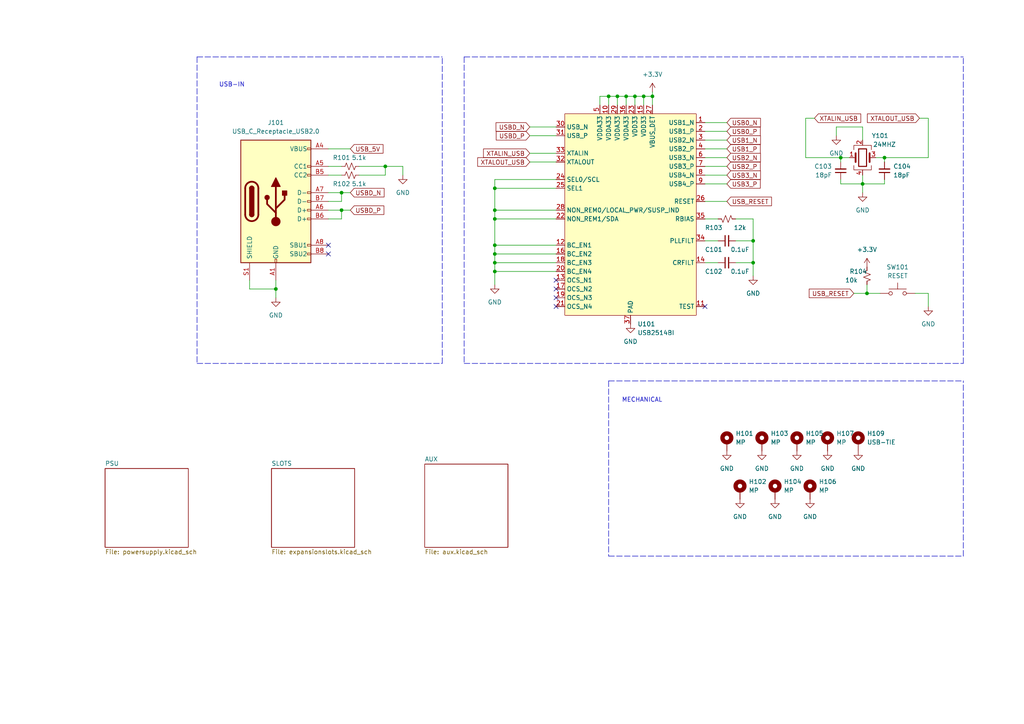
<source format=kicad_sch>
(kicad_sch (version 20211123) (generator eeschema)
  (paper "A4")
  (title_block (title "control electronics") (date "2023-01-21") (rev "1.0") (company "matei repair lab"))
  (lib_symbols
    (symbol "Connector:USB_C_Receptacle_USB2.0" (pin_names (offset 1.016))
      (property "Reference" "J" (at -10.16 19.05 0))
      (property "Value" "USB_C_Receptacle_USB2.0" (at 19.05 19.05 0))
      (symbol "USB_C_Receptacle_USB2.0_0_0"
        (rectangle (start -0.254 -17.78) (end 0.254 -16.764))
        (rectangle (start 10.16 -14.986) (end 9.144 -15.494))
        (rectangle (start 10.16 -12.446) (end 9.144 -12.954))
        (rectangle (start 10.16 -4.826) (end 9.144 -5.334))
        (rectangle (start 10.16 -2.286) (end 9.144 -2.794))
        (rectangle (start 10.16 0.254) (end 9.144 -0.254))
        (rectangle (start 10.16 2.794) (end 9.144 2.286))
        (rectangle (start 10.16 7.874) (end 9.144 7.366))
        (rectangle (start 10.16 10.414) (end 9.144 9.906))
        (rectangle (start 10.16 15.494) (end 9.144 14.986))
      )
      (symbol "USB_C_Receptacle_USB2.0_0_1"
        (rectangle (start -10.16 17.78) (end 10.16 -17.78) (stroke (width 0.254)) (fill (type background)))
        (arc (start -8.89 -3.81) (mid -6.985 -5.715) (end -5.08 -3.81) (stroke (width 0.508)))
        (arc (start -7.62 -3.81) (mid -6.985 -4.445) (end -6.35 -3.81) (stroke (width 0.254)))
        (arc (start -7.62 -3.81) (mid -6.985 -4.445) (end -6.35 -3.81) (stroke (width 0.254)) (fill (type outline)))
        (rectangle (start -7.62 -3.81) (end -6.35 3.81) (stroke (width 0.254)) (fill (type outline)))
        (arc (start -6.35 3.81) (mid -6.985 4.445) (end -7.62 3.81) (stroke (width 0.254)))
        (arc (start -6.35 3.81) (mid -6.985 4.445) (end -7.62 3.81) (stroke (width 0.254)) (fill (type outline)))
        (arc (start -5.08 3.81) (mid -6.985 5.715) (end -8.89 3.81) (stroke (width 0.508)))
        (circle (center -2.54 1.143) (radius 0.635) (stroke (width 0.254)) (fill (type outline)))
        (circle (center 0 -5.842) (radius 1.27) (fill (type outline)))
        (polyline (pts (xy -8.89 -3.81) (xy -8.89 3.81)) (stroke (width 0.508)))
        (polyline (pts (xy -5.08 3.81) (xy -5.08 -3.81)) (stroke (width 0.508)))
        (polyline (pts (xy 0 -5.842) (xy 0 4.318)) (stroke (width 0.508)))
        (polyline (pts (xy 0 -3.302) (xy -2.54 -0.762) (xy -2.54 0.508)) (stroke (width 0.508)))
        (polyline (pts (xy 0 -2.032) (xy 2.54 0.508) (xy 2.54 1.778)) (stroke (width 0.508)))
        (polyline (pts (xy -1.27 4.318) (xy 0 6.858) (xy 1.27 4.318) (xy -1.27 4.318)) (stroke (width 0.254)) (fill (type outline)))
        (rectangle (start 1.905 1.778) (end 3.175 3.048) (stroke (width 0.254)) (fill (type outline)))
      )
      (symbol "USB_C_Receptacle_USB2.0_1_1"
        (pin passive line (at 0 -22.86 90) (length 5.08) (name "GND") (number "A1"))
        (pin passive line (at 0 -22.86 90) (length 5.08) hide (name "GND") (number "A12"))
        (pin passive line (at 15.24 15.24 180) (length 5.08) (name "VBUS") (number "A4"))
        (pin bidirectional line (at 15.24 10.16 180) (length 5.08) (name "CC1") (number "A5"))
        (pin bidirectional line (at 15.24 -2.54 180) (length 5.08) (name "D+") (number "A6"))
        (pin bidirectional line (at 15.24 2.54 180) (length 5.08) (name "D-") (number "A7"))
        (pin bidirectional line (at 15.24 -12.7 180) (length 5.08) (name "SBU1") (number "A8"))
        (pin passive line (at 15.24 15.24 180) (length 5.08) hide (name "VBUS") (number "A9"))
        (pin passive line (at 0 -22.86 90) (length 5.08) hide (name "GND") (number "B1"))
        (pin passive line (at 0 -22.86 90) (length 5.08) hide (name "GND") (number "B12"))
        (pin passive line (at 15.24 15.24 180) (length 5.08) hide (name "VBUS") (number "B4"))
        (pin bidirectional line (at 15.24 7.62 180) (length 5.08) (name "CC2") (number "B5"))
        (pin bidirectional line (at 15.24 -5.08 180) (length 5.08) (name "D+") (number "B6"))
        (pin bidirectional line (at 15.24 0 180) (length 5.08) (name "D-") (number "B7"))
        (pin bidirectional line (at 15.24 -15.24 180) (length 5.08) (name "SBU2") (number "B8"))
        (pin passive line (at 15.24 15.24 180) (length 5.08) hide (name "VBUS") (number "B9"))
        (pin passive line (at -7.62 -22.86 90) (length 5.08) (name "SHIELD") (number "S1"))
      )
    )
    (symbol "Device:C_Small" (pin_numbers hide) (pin_names (offset 0.254) hide)
      (property "Reference" "C" (at 0.254 1.778 0))
      (property "Value" "C_Small" (at 0.254 -2.032 0))
      (symbol "C_Small_0_1"
        (polyline (pts (xy -1.524 -0.508) (xy 1.524 -0.508)) (stroke (width 0.3302)))
        (polyline (pts (xy -1.524 0.508) (xy 1.524 0.508)) (stroke (width 0.3048)))
      )
      (symbol "C_Small_1_1"
        (pin passive line (at 0 2.54 270) (length 2.032) (name "~") (number "1"))
        (pin passive line (at 0 -2.54 90) (length 2.032) (name "~") (number "2"))
      )
    )
    (symbol "Device:Crystal_GND24" (pin_names (offset 1.016) hide)
      (property "Reference" "Y" (at 3.175 5.08 0))
      (property "Value" "Crystal_GND24" (at 3.175 3.175 0))
      (symbol "Crystal_GND24_0_1"
        (rectangle (start -1.143 2.54) (end 1.143 -2.54) (stroke (width 0.3048)))
        (polyline (pts (xy -2.54 0) (xy -2.032 0)))
        (polyline (pts (xy -2.032 -1.27) (xy -2.032 1.27)) (stroke (width 0.508)))
        (polyline (pts (xy 0 -3.81) (xy 0 -3.556)))
        (polyline (pts (xy 0 3.556) (xy 0 3.81)))
        (polyline (pts (xy 2.032 -1.27) (xy 2.032 1.27)) (stroke (width 0.508)))
        (polyline (pts (xy 2.032 0) (xy 2.54 0)))
        (polyline (pts (xy -2.54 -2.286) (xy -2.54 -3.556) (xy 2.54 -3.556) (xy 2.54 -2.286)))
        (polyline (pts (xy -2.54 2.286) (xy -2.54 3.556) (xy 2.54 3.556) (xy 2.54 2.286)))
      )
      (symbol "Crystal_GND24_1_1"
        (pin passive line (at -3.81 0 0) (length 1.27) (name "1") (number "1"))
        (pin passive line (at 0 5.08 270) (length 1.27) (name "2") (number "2"))
        (pin passive line (at 3.81 0 180) (length 1.27) (name "3") (number "3"))
        (pin passive line (at 0 -5.08 90) (length 1.27) (name "4") (number "4"))
      )
    )
    (symbol "Device:R_Small_US" (pin_numbers hide) (pin_names (offset 0.254) hide)
      (property "Reference" "R" (at 0.762 0.508 0))
      (property "Value" "R_Small_US" (at 0.762 -1.016 0))
      (symbol "R_Small_US_1_1"
        (polyline (pts (xy 0 0) (xy 1.016 -0.381) (xy 0 -0.762) (xy -1.016 -1.143) (xy 0 -1.524)))
        (polyline (pts (xy 0 1.524) (xy 1.016 1.143) (xy 0 0.762) (xy -1.016 0.381) (xy 0 0)))
        (pin passive line (at 0 2.54 270) (length 1.016) (name "~") (number "1"))
        (pin passive line (at 0 -2.54 90) (length 1.016) (name "~") (number "2"))
      )
    )
    (symbol "Mechanical:MountingHole_Pad" (pin_numbers hide) (pin_names (offset 1.016) hide)
      (property "Reference" "H" (at 0 6.35 0))
      (property "Value" "MountingHole_Pad" (at 0 4.445 0))
      (symbol "MountingHole_Pad_0_1"
        (circle (center 0 1.27) (radius 1.27) (stroke (width 1.27)))
      )
      (symbol "MountingHole_Pad_1_1"
        (pin input line (at 0 -2.54 90) (length 2.54) (name "1") (number "1"))
      )
    )
    (symbol "Switch:SW_Push" (pin_numbers hide) (pin_names (offset 1.016) hide)
      (property "Reference" "SW" (at 1.27 2.54 0))
      (property "Value" "SW_Push" (at 0 -1.524 0))
      (symbol "SW_Push_0_1"
        (circle (center -2.032 0) (radius 0.508))
        (polyline (pts (xy 0 1.27) (xy 0 3.048)))
        (polyline (pts (xy 2.54 1.27) (xy -2.54 1.27)))
        (circle (center 2.032 0) (radius 0.508))
        (pin passive line (at -5.08 0 0) (length 2.54) (name "1") (number "1"))
        (pin passive line (at 5.08 0 180) (length 2.54) (name "2") (number "2"))
      )
    )
    (symbol "matei:USB2514BI"
      (property "Reference" "U" (at -17.78 31.75 0))
      (property "Value" "USB2514BI" (at 13.97 31.75 0))
      (symbol "USB2514BI_0_0"
        (pin bidirectional line (at 21.59 27.94 180) (length 2.54) (name "USB1_N") (number "1"))
        (pin input line (at -6.35 33.02 270) (length 2.54) (name "VDDA33") (number "10"))
        (pin input line (at 21.59 -25.4 180) (length 2.54) (name "TEST") (number "11"))
        (pin input line (at -21.59 -7.62 0) (length 2.54) (name "BC_EN1") (number "12"))
        (pin input line (at -21.59 -17.78 0) (length 2.54) (name "OCS_N1") (number "13"))
        (pin input line (at 21.59 -12.7 180) (length 2.54) (name "CRFILT") (number "14"))
        (pin input line (at 3.81 33.02 270) (length 2.54) (name "VDD33") (number "15"))
        (pin input line (at -21.59 -10.16 0) (length 2.54) (name "BC_EN2") (number "16"))
        (pin input line (at -21.59 -20.32 0) (length 2.54) (name "OCS_N2") (number "17"))
        (pin input line (at -21.59 -12.7 0) (length 2.54) (name "BC_EN3") (number "18"))
        (pin input line (at -21.59 -22.86 0) (length 2.54) (name "OCS_N3") (number "19"))
        (pin bidirectional line (at 21.59 25.4 180) (length 2.54) (name "USB1_P") (number "2"))
        (pin input line (at -21.59 -15.24 0) (length 2.54) (name "BC_EN4") (number "20"))
        (pin input line (at -21.59 -25.4 0) (length 2.54) (name "OCS_N4") (number "21"))
        (pin input line (at -21.59 0 0) (length 2.54) (name "NON_REM1/SDA") (number "22"))
        (pin input line (at 1.27 33.02 270) (length 2.54) (name "VDD33") (number "23"))
        (pin input line (at -21.59 11.43 0) (length 2.54) (name "SEL0/SCL") (number "24"))
        (pin input line (at -21.59 8.89 0) (length 2.54) (name "SEL1") (number "25"))
        (pin input line (at 21.59 5.08 180) (length 2.54) (name "RESET") (number "26"))
        (pin input line (at 6.35 33.02 270) (length 2.54) (name "VBUS_DET") (number "27"))
        (pin input line (at -21.59 2.54 0) (length 2.54) (name "NON_REM0/LOCAL_PWR/SUSP_IND") (number "28"))
        (pin input line (at -3.81 33.02 270) (length 2.54) (name "VDDA33") (number "29"))
        (pin bidirectional line (at 21.59 22.86 180) (length 2.54) (name "USB2_N") (number "3"))
        (pin bidirectional line (at -21.59 26.67 0) (length 2.54) (name "USB_N") (number "30"))
        (pin bidirectional line (at -21.59 24.13 0) (length 2.54) (name "USB_P") (number "31"))
        (pin input line (at -21.59 16.51 0) (length 2.54) (name "XTALOUT") (number "32"))
        (pin input line (at -21.59 19.05 0) (length 2.54) (name "XTALIN") (number "33"))
        (pin input line (at 21.59 -6.35 180) (length 2.54) (name "PLLFILT") (number "34"))
        (pin input line (at 21.59 0 180) (length 2.54) (name "RBIAS") (number "35"))
        (pin input line (at -1.27 33.02 270) (length 2.54) (name "VDDA33") (number "36"))
        (pin input line (at 0 -30.48 90) (length 2.54) (name "PAD") (number "37"))
        (pin bidirectional line (at 21.59 20.32 180) (length 2.54) (name "USB2_P") (number "4"))
        (pin input line (at -8.89 33.02 270) (length 2.54) (name "VDDA33") (number "5"))
        (pin bidirectional line (at 21.59 17.78 180) (length 2.54) (name "USB3_N") (number "6"))
        (pin bidirectional line (at 21.59 15.24 180) (length 2.54) (name "USB3_P") (number "7"))
        (pin bidirectional line (at 21.59 12.7 180) (length 2.54) (name "USB4_N") (number "8"))
        (pin bidirectional line (at 21.59 10.16 180) (length 2.54) (name "USB4_P") (number "9"))
      )
      (symbol "USB2514BI_0_1"
        (rectangle (start -19.05 30.48) (end 19.05 -27.94) (stroke (width 0.1524)) (fill (type background)))
      )
    )
    (symbol "power:+3.3V" (power) (pin_names (offset 0))
      (property "Value" "+3.3V" (at 0 3.556 0))
      (symbol "+3.3V_0_1"
        (polyline (pts (xy -0.762 1.27) (xy 0 2.54)))
        (polyline (pts (xy 0 0) (xy 0 2.54)))
        (polyline (pts (xy 0 2.54) (xy 0.762 1.27)))
      )
      (symbol "+3.3V_1_1"
        (pin power_in line (at 0 0 90) (length 0) hide (name "+3.3V") (number "1"))
      )
    )
    (symbol "power:GND" (power) (pin_names (offset 0))
      (property "Value" "GND" (at 0 -3.81 0))
      (symbol "GND_0_1"
        (polyline (pts (xy 0 0) (xy 0 -1.27) (xy 1.27 -1.27) (xy 0 -2.54) (xy -1.27 -1.27) (xy 0 -1.27)))
      )
      (symbol "GND_1_1"
        (pin power_in line (at 0 0 270) (length 0) hide (name "GND") (number "1"))
      )
    )
  )
  (junction (at 184.15 27.94))
  (junction (at 111.76 48.26))
  (junction (at 218.44 76.2))
  (junction (at 218.44 69.85))
  (junction (at 99.06 60.96))
  (junction (at 181.61 27.94))
  (junction (at 243.84 45.72))
  (junction (at 250.19 53.34))
  (junction (at 143.51 60.96))
  (junction (at 179.07 27.94))
  (junction (at 80.01 83.82))
  (junction (at 256.54 45.72))
  (junction (at 143.51 54.61))
  (junction (at 176.53 27.94))
  (junction (at 189.23 27.94))
  (junction (at 143.51 76.2))
  (junction (at 143.51 71.12))
  (junction (at 143.51 78.74))
  (junction (at 186.69 27.94))
  (junction (at 251.46 85.09))
  (junction (at 143.51 73.66))
  (junction (at 99.06 55.88))
  (junction (at 143.51 63.5))
  (no_connect (at 95.25 71.12))
  (no_connect (at 161.29 86.36))
  (no_connect (at 161.29 81.28))
  (no_connect (at 95.25 73.66))
  (no_connect (at 161.29 83.82))
  (no_connect (at 204.47 88.9))
  (no_connect (at 161.29 88.9))
  (wire (pts (xy 269.24 85.09) (xy 269.24 88.9)))
  (wire (pts (xy 218.44 69.85) (xy 218.44 76.2)))
  (wire (pts (xy 256.54 53.34) (xy 250.19 53.34)))
  (wire (pts (xy 153.67 44.45) (xy 161.29 44.45)))
  (wire (pts (xy 181.61 27.94) (xy 184.15 27.94)))
  (wire (pts (xy 204.47 63.5) (xy 208.28 63.5)))
  (wire (pts (xy 179.07 30.48) (xy 179.07 27.94)))
  (wire (pts (xy 204.47 69.85) (xy 208.28 69.85)))
  (wire (pts (xy 95.25 43.18) (xy 101.6 43.18)))
  (wire (pts (xy 254 45.72) (xy 256.54 45.72)))
  (wire (pts (xy 184.15 27.94) (xy 186.69 27.94)))
  (wire (pts (xy 186.69 27.94) (xy 186.69 30.48)))
  (wire (pts (xy 204.47 48.26) (xy 210.82 48.26)))
  (wire (pts (xy 143.51 71.12) (xy 143.51 73.66)))
  (wire (pts (xy 143.51 78.74) (xy 161.29 78.74)))
  (wire (pts (xy 116.84 48.26) (xy 116.84 50.8)))
  (wire (pts (xy 250.19 40.64) (xy 250.19 36.83)))
  (wire (pts (xy 143.51 52.07) (xy 161.29 52.07)))
  (polyline (pts (xy 134.62 16.51) (xy 134.62 105.41)))
  (wire (pts (xy 179.07 27.94) (xy 181.61 27.94)))
  (wire (pts (xy 143.51 54.61) (xy 143.51 60.96)))
  (wire (pts (xy 204.47 45.72) (xy 210.82 45.72)))
  (wire (pts (xy 176.53 27.94) (xy 179.07 27.94)))
  (wire (pts (xy 204.47 38.1) (xy 210.82 38.1)))
  (wire (pts (xy 95.25 50.8) (xy 99.06 50.8)))
  (wire (pts (xy 256.54 45.72) (xy 256.54 46.99)))
  (wire (pts (xy 143.51 63.5) (xy 143.51 71.12)))
  (polyline (pts (xy 57.15 16.51) (xy 57.15 105.41)))
  (wire (pts (xy 104.14 50.8) (xy 111.76 50.8)))
  (wire (pts (xy 143.51 60.96) (xy 161.29 60.96)))
  (wire (pts (xy 143.51 71.12) (xy 161.29 71.12)))
  (wire (pts (xy 143.51 54.61) (xy 161.29 54.61)))
  (wire (pts (xy 250.19 53.34) (xy 250.19 55.88)))
  (wire (pts (xy 218.44 76.2) (xy 218.44 80.01)))
  (wire (pts (xy 242.57 36.83) (xy 242.57 39.37)))
  (wire (pts (xy 95.25 58.42) (xy 99.06 58.42)))
  (wire (pts (xy 173.99 30.48) (xy 173.99 27.94)))
  (wire (pts (xy 143.51 73.66) (xy 161.29 73.66)))
  (wire (pts (xy 233.68 45.72) (xy 243.84 45.72)))
  (wire (pts (xy 153.67 46.99) (xy 161.29 46.99)))
  (wire (pts (xy 246.38 45.72) (xy 243.84 45.72)))
  (polyline (pts (xy 176.53 161.29) (xy 279.4 161.29)))
  (wire (pts (xy 72.39 81.28) (xy 72.39 83.82)))
  (wire (pts (xy 233.68 34.29) (xy 233.68 45.72)))
  (wire (pts (xy 143.51 78.74) (xy 143.51 82.55)))
  (wire (pts (xy 143.51 76.2) (xy 161.29 76.2)))
  (polyline (pts (xy 57.15 16.51) (xy 128.27 16.51)))
  (wire (pts (xy 265.43 85.09) (xy 269.24 85.09)))
  (wire (pts (xy 213.36 69.85) (xy 218.44 69.85)))
  (wire (pts (xy 99.06 60.96) (xy 101.6 60.96)))
  (wire (pts (xy 111.76 48.26) (xy 116.84 48.26)))
  (wire (pts (xy 204.47 53.34) (xy 210.82 53.34)))
  (wire (pts (xy 111.76 50.8) (xy 111.76 48.26)))
  (wire (pts (xy 99.06 63.5) (xy 99.06 60.96)))
  (wire (pts (xy 204.47 58.42) (xy 210.82 58.42)))
  (wire (pts (xy 176.53 30.48) (xy 176.53 27.94)))
  (wire (pts (xy 143.51 76.2) (xy 143.51 78.74)))
  (wire (pts (xy 143.51 60.96) (xy 143.51 63.5)))
  (polyline (pts (xy 134.62 105.41) (xy 279.4 105.41)))
  (wire (pts (xy 99.06 58.42) (xy 99.06 55.88)))
  (wire (pts (xy 250.19 50.8) (xy 250.19 53.34)))
  (wire (pts (xy 95.25 48.26) (xy 99.06 48.26)))
  (wire (pts (xy 184.15 30.48) (xy 184.15 27.94)))
  (wire (pts (xy 204.47 43.18) (xy 210.82 43.18)))
  (wire (pts (xy 204.47 40.64) (xy 210.82 40.64)))
  (wire (pts (xy 213.36 63.5) (xy 218.44 63.5)))
  (wire (pts (xy 189.23 26.67) (xy 189.23 27.94)))
  (polyline (pts (xy 279.4 161.29) (xy 279.4 110.49)))
  (polyline (pts (xy 279.4 105.41) (xy 279.4 16.51)))
  (polyline (pts (xy 176.53 110.49) (xy 176.53 161.29)))
  (wire (pts (xy 181.61 30.48) (xy 181.61 27.94)))
  (wire (pts (xy 204.47 35.56) (xy 210.82 35.56)))
  (wire (pts (xy 143.51 63.5) (xy 161.29 63.5)))
  (wire (pts (xy 95.25 60.96) (xy 99.06 60.96)))
  (wire (pts (xy 243.84 53.34) (xy 243.84 52.07)))
  (wire (pts (xy 266.7 34.29) (xy 269.24 34.29)))
  (wire (pts (xy 173.99 27.94) (xy 176.53 27.94)))
  (wire (pts (xy 243.84 45.72) (xy 243.84 46.99)))
  (wire (pts (xy 72.39 83.82) (xy 80.01 83.82)))
  (polyline (pts (xy 176.53 110.49) (xy 279.4 110.49)))
  (wire (pts (xy 80.01 81.28) (xy 80.01 83.82)))
  (wire (pts (xy 251.46 82.55) (xy 251.46 85.09)))
  (wire (pts (xy 153.67 36.83) (xy 161.29 36.83)))
  (wire (pts (xy 218.44 63.5) (xy 218.44 69.85)))
  (wire (pts (xy 143.51 52.07) (xy 143.51 54.61)))
  (wire (pts (xy 236.22 34.29) (xy 233.68 34.29)))
  (wire (pts (xy 99.06 55.88) (xy 101.6 55.88)))
  (wire (pts (xy 251.46 85.09) (xy 255.27 85.09)))
  (polyline (pts (xy 134.62 16.51) (xy 279.4 16.51)))
  (wire (pts (xy 143.51 73.66) (xy 143.51 76.2)))
  (polyline (pts (xy 57.15 105.41) (xy 128.27 105.41)))
  (wire (pts (xy 189.23 30.48) (xy 189.23 27.94)))
  (wire (pts (xy 153.67 39.37) (xy 161.29 39.37)))
  (wire (pts (xy 189.23 27.94) (xy 186.69 27.94)))
  (wire (pts (xy 213.36 76.2) (xy 218.44 76.2)))
  (wire (pts (xy 243.84 53.34) (xy 250.19 53.34)))
  (wire (pts (xy 104.14 48.26) (xy 111.76 48.26)))
  (wire (pts (xy 256.54 52.07) (xy 256.54 53.34)))
  (wire (pts (xy 95.25 63.5) (xy 99.06 63.5)))
  (wire (pts (xy 269.24 34.29) (xy 269.24 45.72)))
  (wire (pts (xy 247.65 85.09) (xy 251.46 85.09)))
  (wire (pts (xy 269.24 45.72) (xy 256.54 45.72)))
  (wire (pts (xy 204.47 76.2) (xy 208.28 76.2)))
  (wire (pts (xy 80.01 83.82) (xy 80.01 86.36)))
  (wire (pts (xy 250.19 36.83) (xy 242.57 36.83)))
  (wire (pts (xy 95.25 55.88) (xy 99.06 55.88)))
  (polyline (pts (xy 128.27 105.41) (xy 128.27 16.51)))
  (wire (pts (xy 204.47 50.8) (xy 210.82 50.8)))
  (text "MECHANICAL" (at 180.34 116.84 0) (effects (font (size 1.27 1.27)) (justify left bottom)))
  (text "USB-IN" (at 63.5 25.4 0) (effects (font (size 1.27 1.27)) (justify left bottom)))
  (global_label "USB3_P" (shape input) (at 210.82 53.34 0) (property "Intersheet References" "${INTERSHEET_REFS}" (effects hide)))
  (global_label "USB2_P" (shape input) (at 210.82 48.26 0) (property "Intersheet References" "${INTERSHEET_REFS}" (effects hide)))
  (global_label "USB_RESET" (shape input) (at 210.82 58.42 0) (property "Intersheet References" "${INTERSHEET_REFS}" (effects hide)))
  (global_label "USB_RESET" (shape input) (at 247.65 85.09 180) (property "Intersheet References" "${INTERSHEET_REFS}" (effects hide)))
  (global_label "XTALIN_USB" (shape input) (at 153.67 44.45 180) (property "Intersheet References" "${INTERSHEET_REFS}" (effects hide)))
  (global_label "USBD_N" (shape input) (at 153.67 36.83 180) (property "Intersheet References" "${INTERSHEET_REFS}" (effects hide)))
  (global_label "USBD_N" (shape input) (at 101.6 55.88 0) (property "Intersheet References" "${INTERSHEET_REFS}" (effects hide)))
  (global_label "USBD_P" (shape input) (at 153.67 39.37 180) (property "Intersheet References" "${INTERSHEET_REFS}" (effects hide)))
  (global_label "USB1_N" (shape input) (at 210.82 40.64 0) (property "Intersheet References" "${INTERSHEET_REFS}" (effects hide)))
  (global_label "USB1_P" (shape input) (at 210.82 43.18 0) (property "Intersheet References" "${INTERSHEET_REFS}" (effects hide)))
  (global_label "XTALIN_USB" (shape input) (at 236.22 34.29 0) (property "Intersheet References" "${INTERSHEET_REFS}" (effects hide)))
  (global_label "XTALOUT_USB" (shape input) (at 153.67 46.99 180) (property "Intersheet References" "${INTERSHEET_REFS}" (effects hide)))
  (global_label "USBD_P" (shape input) (at 101.6 60.96 0) (property "Intersheet References" "${INTERSHEET_REFS}" (effects hide)))
  (global_label "USB2_N" (shape input) (at 210.82 45.72 0) (property "Intersheet References" "${INTERSHEET_REFS}" (effects hide)))
  (global_label "USB0_P" (shape input) (at 210.82 38.1 0) (property "Intersheet References" "${INTERSHEET_REFS}" (effects hide)))
  (global_label "USB3_N" (shape input) (at 210.82 50.8 0) (property "Intersheet References" "${INTERSHEET_REFS}" (effects hide)))
  (global_label "USB_5V" (shape input) (at 101.6 43.18 0) (property "Intersheet References" "${INTERSHEET_REFS}" (effects hide)))
  (global_label "USB0_N" (shape input) (at 210.82 35.56 0) (property "Intersheet References" "${INTERSHEET_REFS}" (effects hide)))
  (global_label "XTALOUT_USB" (shape input) (at 266.7 34.29 180) (property "Intersheet References" "${INTERSHEET_REFS}" (effects hide)))
  (symbol (lib_id "Device:R_Small_US") (at 210.82 63.5 90) (mirror x) (unit 1)
    (property "Reference" "R103" (at 207.01 66.04 90))
    (property "Value" "12k" (at 214.63 66.04 90))
    (property "Footprint" "Resistor_SMD:R_0603_1608Metric" (effects hide))
  )
  (symbol (lib_id "power:GND") (at 220.98 130.81 0) (unit 1)
    (property "Reference" "#PWR0149" (effects hide))
    (property "Value" "GND" (at 220.98 135.89 0))
  )
  (symbol (lib_id "power:GND") (at 240.03 130.81 0) (unit 1)
    (property "Reference" "#PWR0156" (effects hide))
    (property "Value" "GND" (at 240.03 135.89 0))
  )
  (symbol (lib_id "power:GND") (at 224.79 144.78 0) (unit 1)
    (property "Reference" "#PWR0150" (effects hide))
    (property "Value" "GND" (at 224.79 149.86 0))
  )
  (symbol (lib_id "power:GND") (at 218.44 80.01 0) (unit 1)
    (property "Reference" "#PWR0106" (effects hide))
    (property "Value" "GND" (at 218.44 85.09 0))
  )
  (symbol (lib_id "power:GND") (at 182.88 93.98 0) (unit 1)
    (property "Reference" "#PWR0104" (effects hide))
    (property "Value" "GND" (at 182.88 99.06 0))
  )
  (symbol (lib_id "power:GND") (at 143.51 82.55 0) (unit 1)
    (property "Reference" "#PWR0103" (effects hide))
    (property "Value" "GND" (at 143.51 87.63 0))
  )
  (symbol (lib_id "power:GND") (at 242.57 39.37 0) (unit 1)
    (property "Reference" "#PWR0107" (effects hide))
    (property "Value" "GND" (at 242.57 44.45 0))
  )
  (symbol (lib_id "Device:Crystal_GND24") (at 250.19 45.72 0) (unit 1)
    (property "Reference" "Y101" (at 255.27 39.37 0))
    (property "Value" "24MHZ" (at 256.54 41.91 0))
    (property "Footprint" "Crystal:Crystal_SMD_3225-4Pin_3.2x2.5mm" (effects hide))
  )
  (symbol (lib_id "power:GND") (at 269.24 88.9 0) (unit 1)
    (property "Reference" "#PWR0110" (effects hide))
    (property "Value" "GND" (at 269.24 93.98 0))
  )
  (symbol (lib_id "power:+3.3V") (at 189.23 26.67 0) (unit 1)
    (property "Reference" "#PWR0105" (effects hide))
    (property "Value" "+3.3V" (at 189.23 21.59 0))
  )
  (symbol (lib_id "power:GND") (at 231.14 130.81 0) (unit 1)
    (property "Reference" "#PWR0154" (effects hide))
    (property "Value" "GND" (at 231.14 135.89 0))
  )
  (symbol (lib_id "Connector:USB_C_Receptacle_USB2.0") (at 80.01 58.42 0) (unit 1)
    (property "Reference" "J101" (at 80.01 35.56 0))
    (property "Value" "USB_C_Receptacle_USB2.0" (at 80.01 38.1 0))
    (property "Footprint" "Connector_USB:USB_C_Receptacle_HRO_TYPE-C-31-M-12" (effects hide))
    (property "Datasheet" "https://www.usb.org/sites/default/files/documents/usb_type-c.zip" (effects hide))
  )
  (symbol (lib_id "Device:R_Small_US") (at 101.6 50.8 90) (unit 1)
    (property "Reference" "R102" (at 99.06 53.34 90))
    (property "Value" "5.1k" (at 104.14 53.34 90))
    (property "Footprint" "Resistor_SMD:R_0603_1608Metric" (effects hide))
  )
  (symbol (lib_id "Mechanical:MountingHole_Pad") (at 220.98 128.27 0) (unit 1)
    (property "Reference" "H103" (at 223.52 125.7299 0) (effects (justify left)))
    (property "Value" "MP" (at 223.52 128.2699 0) (effects (justify left)))
    (property "Footprint" "MountingHole:MountingHole_3.2mm_M3_DIN965_Pad" (effects hide))
  )
  (symbol (lib_id "power:GND") (at 210.82 130.81 0) (unit 1)
    (property "Reference" "#PWR0152" (effects hide))
    (property "Value" "GND" (at 210.82 135.89 0))
  )
  (symbol (lib_id "Device:C_Small") (at 210.82 76.2 90) (mirror x) (unit 1)
    (property "Reference" "C102" (at 207.01 78.74 90))
    (property "Value" "0.1uF" (at 214.63 78.74 90))
    (property "Footprint" "Capacitor_SMD:C_0603_1608Metric" (effects hide))
  )
  (symbol (lib_id "power:GND") (at 80.01 86.36 0) (unit 1)
    (property "Reference" "#PWR0101" (effects hide))
    (property "Value" "GND" (at 80.01 91.44 0))
  )
  (symbol (lib_id "Mechanical:MountingHole_Pad") (at 210.82 128.27 0) (unit 1)
    (property "Reference" "H101" (at 213.36 125.7299 0) (effects (justify left)))
    (property "Value" "MP" (at 213.36 128.2699 0) (effects (justify left)))
    (property "Footprint" "MountingHole:MountingHole_3.2mm_M3_DIN965_Pad" (effects hide))
  )
  (symbol (lib_id "Mechanical:MountingHole_Pad") (at 234.95 142.24 0) (unit 1)
    (property "Reference" "H106" (at 237.49 139.6999 0) (effects (justify left)))
    (property "Value" "MP" (at 237.49 142.2399 0) (effects (justify left)))
    (property "Footprint" "MountingHole:MountingHole_3.2mm_M3_DIN965_Pad" (effects hide))
  )
  (symbol (lib_id "power:GND") (at 234.95 144.78 0) (unit 1)
    (property "Reference" "#PWR0155" (effects hide))
    (property "Value" "GND" (at 234.95 149.86 0))
  )
  (symbol (lib_id "Mechanical:MountingHole_Pad") (at 240.03 128.27 0) (unit 1)
    (property "Reference" "H107" (at 242.57 125.7299 0) (effects (justify left)))
    (property "Value" "MP" (at 242.57 128.2699 0) (effects (justify left)))
    (property "Footprint" "MountingHole:MountingHole_3.2mm_M3_DIN965_Pad" (effects hide))
  )
  (symbol (lib_id "Device:C_Small") (at 243.84 49.53 0) (mirror x) (unit 1)
    (property "Reference" "C103" (at 241.3 48.2535 0) (effects (justify right)))
    (property "Value" "18pF" (at 241.3 50.7935 0) (effects (justify right)))
    (property "Footprint" "Capacitor_SMD:C_0603_1608Metric" (effects hide))
  )
  (symbol (lib_id "Switch:SW_Push") (at 260.35 85.09 0) (unit 1)
    (property "Reference" "SW101" (at 260.35 77.47 0))
    (property "Value" "RESET" (at 260.35 80.01 0))
    (property "Footprint" "matei:PTS526 SKG15 SMTR2 LFS" (effects hide))
  )
  (symbol (lib_id "power:GND") (at 214.63 144.78 0) (unit 1)
    (property "Reference" "#PWR0151" (effects hide))
    (property "Value" "GND" (at 214.63 149.86 0))
  )
  (symbol (lib_id "Mechanical:MountingHole_Pad") (at 224.79 142.24 0) (unit 1)
    (property "Reference" "H104" (at 227.33 139.6999 0) (effects (justify left)))
    (property "Value" "MP" (at 227.33 142.2399 0) (effects (justify left)))
    (property "Footprint" "MountingHole:MountingHole_3.2mm_M3_DIN965_Pad" (effects hide))
  )
  (symbol (lib_id "power:GND") (at 250.19 55.88 0) (unit 1)
    (property "Reference" "#PWR0108" (effects hide))
    (property "Value" "GND" (at 250.19 60.96 0))
  )
  (symbol (lib_id "matei:USB2514BI") (at 182.88 63.5 0) (unit 1)
    (property "Reference" "U101" (at 184.8994 93.98 0) (effects (justify left)))
    (property "Value" "USB2514BI" (at 184.8994 96.52 0) (effects (justify left)))
    (property "Footprint" "Package_DFN_QFN:QFN-36-1EP_6x6mm_P0.5mm_EP3.7x3.7mm" (effects hide))
    (property "Datasheet" "https://datasheet.lcsc.com/lcsc/1809192317_Microchip-Tech-USB2514BI-AEZG-TR_C58940.pdf" (effects hide))
  )
  (symbol (lib_id "Device:C_Small") (at 256.54 49.53 180) (unit 1)
    (property "Reference" "C104" (at 259.08 48.2535 0) (effects (justify right)))
    (property "Value" "18pF" (at 259.08 50.7935 0) (effects (justify right)))
    (property "Footprint" "Capacitor_SMD:C_0603_1608Metric" (effects hide))
  )
  (symbol (lib_id "Mechanical:MountingHole_Pad") (at 214.63 142.24 0) (unit 1)
    (property "Reference" "H102" (at 217.17 139.6999 0) (effects (justify left)))
    (property "Value" "MP" (at 217.17 142.2399 0) (effects (justify left)))
    (property "Footprint" "MountingHole:MountingHole_3.2mm_M3_DIN965_Pad" (effects hide))
  )
  (symbol (lib_id "Device:R_Small_US") (at 251.46 80.01 0) (mirror y) (unit 1)
    (property "Reference" "R104" (at 246.38 78.74 0) (effects (justify right)))
    (property "Value" "10k" (at 245.11 81.28 0) (effects (justify right)))
    (property "Footprint" "Resistor_SMD:R_0603_1608Metric" (effects hide))
  )
  (symbol (lib_id "power:GND") (at 248.92 130.81 0) (unit 1)
    (property "Reference" "#PWR0157" (effects hide))
    (property "Value" "GND" (at 248.92 135.89 0))
  )
  (symbol (lib_id "Device:C_Small") (at 210.82 69.85 90) (mirror x) (unit 1)
    (property "Reference" "C101" (at 207.01 72.39 90))
    (property "Value" "0.1uF" (at 214.63 72.39 90))
    (property "Footprint" "Capacitor_SMD:C_0603_1608Metric" (effects hide))
  )
  (symbol (lib_id "Mechanical:MountingHole_Pad") (at 231.14 128.27 0) (unit 1)
    (property "Reference" "H105" (at 233.68 125.7299 0) (effects (justify left)))
    (property "Value" "MP" (at 233.68 128.2699 0) (effects (justify left)))
    (property "Footprint" "MountingHole:MountingHole_3.2mm_M3_DIN965_Pad" (effects hide))
  )
  (symbol (lib_id "Mechanical:MountingHole_Pad") (at 248.92 128.27 0) (unit 1)
    (property "Reference" "H109" (at 251.46 125.7299 0) (effects (justify left)))
    (property "Value" "USB-TIE" (at 251.46 128.2699 0) (effects (justify left)))
    (property "Footprint" "MountingHole:MountingHole_2.2mm_M2_DIN965_Pad" (effects hide))
  )
  (symbol (lib_id "Device:R_Small_US") (at 101.6 48.26 90) (unit 1)
    (property "Reference" "R101" (at 99.06 45.72 90))
    (property "Value" "5.1k" (at 104.14 45.72 90))
    (property "Footprint" "Resistor_SMD:R_0603_1608Metric" (effects hide))
  )
  (symbol (lib_id "power:GND") (at 116.84 50.8 0) (unit 1)
    (property "Reference" "#PWR0102" (effects hide))
    (property "Value" "GND" (at 116.84 55.88 0))
  )
  (symbol (lib_id "power:+3.3V") (at 251.46 77.47 0) (unit 1)
    (property "Reference" "#PWR0109" (effects hide))
    (property "Value" "+3.3V" (at 251.46 72.39 0))
  )
  (sheet (at 30.48 135.89) (size 24.13 22.86) (stroke (width 0.1524))
    (property "Sheet name" "PSU" (at 30.48 135.1784 0) (effects (justify left bottom)))
    (property "Sheet file" "powersupply.kicad_sch" (at 30.48 159.3346 0) (effects (justify left top)))
  )
  (sheet (at 78.74 135.89) (size 24.13 22.86) (stroke (width 0.1524))
    (property "Sheet name" "SLOTS" (at 78.74 135.1784 0) (effects (justify left bottom)))
    (property "Sheet file" "expansionslots.kicad_sch" (at 78.74 159.3346 0) (effects (justify left top)))
  )
  (sheet (at 123.19 134.62) (size 24.13 24.13) (stroke (width 0.1524))
    (property "Sheet name" "AUX" (at 123.19 133.9084 0) (effects (justify left bottom)))
    (property "Sheet file" "aux.kicad_sch" (at 123.19 159.3346 0) (effects (justify left top)))
  )
)
</source>
